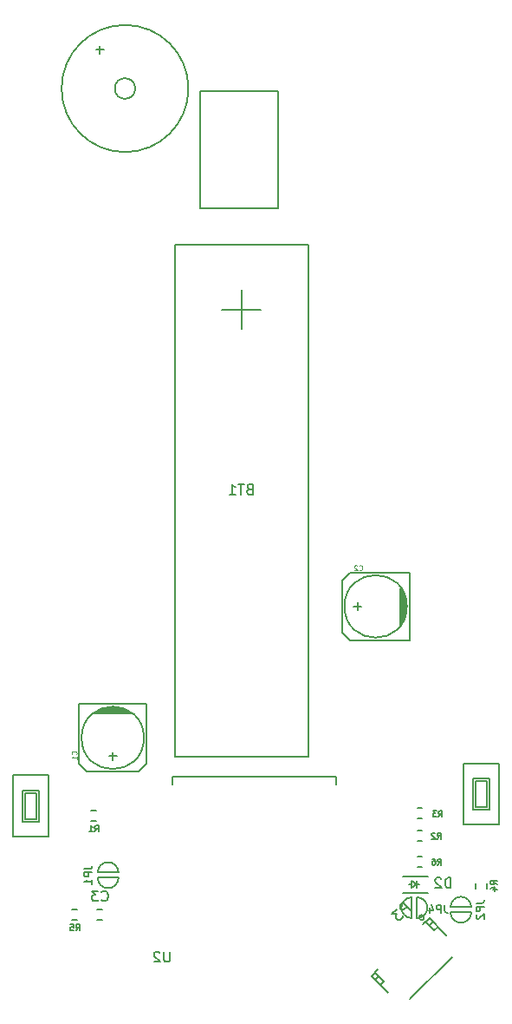
<source format=gbr>
G04 #@! TF.FileFunction,Legend,Bot*
%FSLAX46Y46*%
G04 Gerber Fmt 4.6, Leading zero omitted, Abs format (unit mm)*
G04 Created by KiCad (PCBNEW 4.0.4-stable) date 12/07/16 00:33:37*
%MOMM*%
%LPD*%
G01*
G04 APERTURE LIST*
%ADD10C,0.100000*%
%ADD11C,0.150000*%
%ADD12C,0.127000*%
%ADD13C,0.203200*%
%ADD14C,0.152400*%
%ADD15C,0.125000*%
G04 APERTURE END LIST*
D10*
D11*
X197850000Y-108175000D02*
X197850000Y-158175000D01*
X210850000Y-108175000D02*
X197850000Y-108175000D01*
X210850000Y-158175000D02*
X210850000Y-108175000D01*
X197850000Y-158175000D02*
X210850000Y-158175000D01*
X193950760Y-92949840D02*
G75*
G03X193950760Y-92949840I-1000760J0D01*
G01*
X199150140Y-92949840D02*
G75*
G03X199150140Y-92949840I-6200140J0D01*
G01*
D12*
X190988000Y-153379000D02*
X192512000Y-153379000D01*
X192893000Y-153506000D02*
X190607000Y-153506000D01*
X190353000Y-153633000D02*
X193147000Y-153633000D01*
X193401000Y-153760000D02*
X190099000Y-153760000D01*
X189972000Y-153887000D02*
X193528000Y-153887000D01*
X194798000Y-156300000D02*
G75*
G03X194798000Y-156300000I-3048000J0D01*
G01*
X188448000Y-152998000D02*
X195052000Y-152998000D01*
X195052000Y-152998000D02*
X195052000Y-158840000D01*
X195052000Y-158840000D02*
X194290000Y-159602000D01*
X194290000Y-159602000D02*
X189210000Y-159602000D01*
X189210000Y-159602000D02*
X188448000Y-158840000D01*
X188448000Y-158840000D02*
X188448000Y-152998000D01*
X191750000Y-158459000D02*
X191750000Y-157697000D01*
X191369000Y-158078000D02*
X192131000Y-158078000D01*
X220371000Y-142713000D02*
X220371000Y-144237000D01*
X220244000Y-144618000D02*
X220244000Y-142332000D01*
X220117000Y-142078000D02*
X220117000Y-144872000D01*
X219990000Y-145126000D02*
X219990000Y-141824000D01*
X219863000Y-141697000D02*
X219863000Y-145253000D01*
X220498000Y-143475000D02*
G75*
G03X220498000Y-143475000I-3048000J0D01*
G01*
X220752000Y-140173000D02*
X220752000Y-146777000D01*
X220752000Y-146777000D02*
X214910000Y-146777000D01*
X214910000Y-146777000D02*
X214148000Y-146015000D01*
X214148000Y-146015000D02*
X214148000Y-140935000D01*
X214148000Y-140935000D02*
X214910000Y-140173000D01*
X214910000Y-140173000D02*
X220752000Y-140173000D01*
X215291000Y-143475000D02*
X216053000Y-143475000D01*
X215672000Y-143094000D02*
X215672000Y-143856000D01*
D11*
X190250000Y-173050000D02*
X190750000Y-173050000D01*
X190750000Y-174100000D02*
X190250000Y-174100000D01*
X220975000Y-170600000D02*
X220725000Y-170600000D01*
X221475000Y-170600000D02*
X221725000Y-170600000D01*
X221475000Y-170600000D02*
X220975000Y-170250000D01*
X220975000Y-170250000D02*
X220975000Y-170950000D01*
X220975000Y-170950000D02*
X221475000Y-170600000D01*
X221475000Y-170250000D02*
X221475000Y-170950000D01*
X222525000Y-171400000D02*
X220125000Y-171400000D01*
X222525000Y-169800000D02*
X220125000Y-169800000D01*
D13*
X226791000Y-173329000D02*
X224759000Y-173329000D01*
X224759000Y-172821000D02*
X226791000Y-172821000D01*
X226791000Y-173329000D02*
G75*
G02X225775000Y-174345000I-1016000J0D01*
G01*
X225775000Y-174345000D02*
G75*
G02X224759000Y-173329000I0J1016000D01*
G01*
X224759000Y-172821000D02*
G75*
G02X225775000Y-171805000I1016000J0D01*
G01*
X225775000Y-171805000D02*
G75*
G02X226791000Y-172821000I0J-1016000D01*
G01*
X221479000Y-171859000D02*
X221479000Y-173891000D01*
X220971000Y-173891000D02*
X220971000Y-171859000D01*
X221479000Y-171859000D02*
G75*
G02X222495000Y-172875000I0J-1016000D01*
G01*
X222495000Y-172875000D02*
G75*
G02X221479000Y-173891000I-1016000J0D01*
G01*
X220971000Y-173891000D02*
G75*
G02X219955000Y-172875000I0J1016000D01*
G01*
X219955000Y-172875000D02*
G75*
G02X220971000Y-171859000I1016000J0D01*
G01*
D11*
X207930000Y-104625000D02*
X200330000Y-104625000D01*
X200330000Y-93225000D02*
X207930000Y-93225000D01*
X200330000Y-104625000D02*
X200330000Y-93225000D01*
X207930000Y-104625000D02*
X207930000Y-93225000D01*
X222178078Y-173828330D02*
G75*
G03X222178078Y-173828330I-250000J0D01*
G01*
X224915604Y-177664384D02*
X220814384Y-181765604D01*
X224349918Y-175543064D02*
X222688217Y-173881363D01*
X222688217Y-173881363D02*
X222051821Y-174517759D01*
X222334664Y-174234917D02*
X223183192Y-175083445D01*
X223183192Y-175083445D02*
X223183192Y-175083445D01*
X223183192Y-175083445D02*
X222334664Y-174234917D01*
X222334664Y-174234917D02*
X222334664Y-174234917D01*
X222688217Y-174588470D02*
X222688217Y-174588470D01*
X222688217Y-174588470D02*
X223041771Y-174234917D01*
X223041771Y-174234917D02*
X223041771Y-174234917D01*
X223041771Y-174234917D02*
X222688217Y-174588470D01*
X223183192Y-175083445D02*
X223183192Y-175083445D01*
X223183192Y-175083445D02*
X223536746Y-174729891D01*
X223536746Y-174729891D02*
X223536746Y-174729891D01*
X223536746Y-174729891D02*
X223183192Y-175083445D01*
X218693064Y-181199918D02*
X217031363Y-179538217D01*
X217031363Y-179538217D02*
X217667759Y-178901821D01*
X217384917Y-179184664D02*
X218233445Y-180033192D01*
X218233445Y-180033192D02*
X218233445Y-180033192D01*
X218233445Y-180033192D02*
X217384917Y-179184664D01*
X217384917Y-179184664D02*
X217384917Y-179184664D01*
X217738470Y-179538217D02*
X217738470Y-179538217D01*
X217738470Y-179538217D02*
X217384917Y-179891771D01*
X217384917Y-179891771D02*
X217384917Y-179891771D01*
X217384917Y-179891771D02*
X217738470Y-179538217D01*
X218233445Y-180033192D02*
X218233445Y-180033192D01*
X218233445Y-180033192D02*
X217879891Y-180386746D01*
X217879891Y-180386746D02*
X217879891Y-180386746D01*
X217879891Y-180386746D02*
X218233445Y-180033192D01*
X190150000Y-164450000D02*
X189650000Y-164450000D01*
X189650000Y-163400000D02*
X190150000Y-163400000D01*
X222000000Y-166350000D02*
X221500000Y-166350000D01*
X221500000Y-165300000D02*
X222000000Y-165300000D01*
X222000000Y-164175000D02*
X221500000Y-164175000D01*
X221500000Y-163125000D02*
X222000000Y-163125000D01*
X228300000Y-170475000D02*
X228300000Y-170975000D01*
X227250000Y-170975000D02*
X227250000Y-170475000D01*
X188300000Y-174100000D02*
X187800000Y-174100000D01*
X187800000Y-173050000D02*
X188300000Y-173050000D01*
X221500000Y-167875000D02*
X222000000Y-167875000D01*
X222000000Y-168925000D02*
X221500000Y-168925000D01*
X227199780Y-160535110D02*
X227199780Y-163035110D01*
X227199780Y-163035110D02*
X228299780Y-163035110D01*
X228299780Y-163035110D02*
X228299780Y-160535110D01*
X228299780Y-160535110D02*
X227199780Y-160535110D01*
X228549780Y-160285110D02*
X228549780Y-163285110D01*
X226949780Y-160285110D02*
X226949780Y-163285110D01*
X226949780Y-163285110D02*
X228549780Y-163285110D01*
X226949780Y-160285110D02*
X228549780Y-160285110D01*
X229499780Y-158785110D02*
X229499780Y-164785110D01*
X225999780Y-158785110D02*
X225999780Y-164785110D01*
X225999780Y-158785110D02*
X229499780Y-158785110D01*
X225999780Y-164785110D02*
X229499780Y-164785110D01*
X183199780Y-161710110D02*
X183199780Y-164210110D01*
X183199780Y-164210110D02*
X184299780Y-164210110D01*
X184299780Y-164210110D02*
X184299780Y-161710110D01*
X184299780Y-161710110D02*
X183199780Y-161710110D01*
X184549780Y-161460110D02*
X184549780Y-164460110D01*
X182949780Y-161460110D02*
X182949780Y-164460110D01*
X182949780Y-164460110D02*
X184549780Y-164460110D01*
X182949780Y-161460110D02*
X184549780Y-161460110D01*
X185499780Y-159960110D02*
X185499780Y-165960110D01*
X181999780Y-159960110D02*
X181999780Y-165960110D01*
X181999780Y-159960110D02*
X185499780Y-159960110D01*
X181999780Y-165960110D02*
X185499780Y-165960110D01*
D14*
X197559000Y-160841000D02*
X197559000Y-160079000D01*
X197559000Y-160079000D02*
X213561000Y-160079000D01*
X213561000Y-160079000D02*
X213561000Y-160841000D01*
D13*
X190284000Y-169446000D02*
X192316000Y-169446000D01*
X192316000Y-169954000D02*
X190284000Y-169954000D01*
X190284000Y-169446000D02*
G75*
G02X191300000Y-168430000I1016000J0D01*
G01*
X191300000Y-168430000D02*
G75*
G02X192316000Y-169446000I0J-1016000D01*
G01*
X192316000Y-169954000D02*
G75*
G02X191300000Y-170970000I-1016000J0D01*
G01*
X191300000Y-170970000D02*
G75*
G02X190284000Y-169954000I0J1016000D01*
G01*
D11*
X205121900Y-132027498D02*
X204979043Y-132075117D01*
X204931424Y-132122737D01*
X204883805Y-132217975D01*
X204883805Y-132360832D01*
X204931424Y-132456070D01*
X204979043Y-132503689D01*
X205074281Y-132551308D01*
X205455234Y-132551308D01*
X205455234Y-131551308D01*
X205121900Y-131551308D01*
X205026662Y-131598927D01*
X204979043Y-131646546D01*
X204931424Y-131741784D01*
X204931424Y-131837022D01*
X204979043Y-131932260D01*
X205026662Y-131979879D01*
X205121900Y-132027498D01*
X205455234Y-132027498D01*
X204598091Y-131551308D02*
X204026662Y-131551308D01*
X204312377Y-132551308D02*
X204312377Y-131551308D01*
X203169519Y-132551308D02*
X203740948Y-132551308D01*
X203455234Y-132551308D02*
X203455234Y-131551308D01*
X203550472Y-131694165D01*
X203645710Y-131789403D01*
X203740948Y-131837022D01*
X206254762Y-114532143D02*
X202445238Y-114532143D01*
X204350000Y-116436905D02*
X204350000Y-112627381D01*
X190481429Y-88758888D02*
X190481429Y-89520793D01*
X190862381Y-89139841D02*
X190100476Y-89139841D01*
D15*
X188178571Y-157916667D02*
X188202381Y-157892857D01*
X188226190Y-157821429D01*
X188226190Y-157773810D01*
X188202381Y-157702381D01*
X188154762Y-157654762D01*
X188107143Y-157630953D01*
X188011905Y-157607143D01*
X187940476Y-157607143D01*
X187845238Y-157630953D01*
X187797619Y-157654762D01*
X187750000Y-157702381D01*
X187726190Y-157773810D01*
X187726190Y-157821429D01*
X187750000Y-157892857D01*
X187773810Y-157916667D01*
X188226190Y-158392857D02*
X188226190Y-158107143D01*
X188226190Y-158250000D02*
X187726190Y-158250000D01*
X187797619Y-158202381D01*
X187845238Y-158154762D01*
X187869048Y-158107143D01*
X215833333Y-139903571D02*
X215857143Y-139927381D01*
X215928571Y-139951190D01*
X215976190Y-139951190D01*
X216047619Y-139927381D01*
X216095238Y-139879762D01*
X216119047Y-139832143D01*
X216142857Y-139736905D01*
X216142857Y-139665476D01*
X216119047Y-139570238D01*
X216095238Y-139522619D01*
X216047619Y-139475000D01*
X215976190Y-139451190D01*
X215928571Y-139451190D01*
X215857143Y-139475000D01*
X215833333Y-139498810D01*
X215642857Y-139498810D02*
X215619047Y-139475000D01*
X215571428Y-139451190D01*
X215452381Y-139451190D01*
X215404762Y-139475000D01*
X215380952Y-139498810D01*
X215357143Y-139546429D01*
X215357143Y-139594048D01*
X215380952Y-139665476D01*
X215666666Y-139951190D01*
X215357143Y-139951190D01*
D11*
X190666666Y-172132143D02*
X190714285Y-172179762D01*
X190857142Y-172227381D01*
X190952380Y-172227381D01*
X191095238Y-172179762D01*
X191190476Y-172084524D01*
X191238095Y-171989286D01*
X191285714Y-171798810D01*
X191285714Y-171655952D01*
X191238095Y-171465476D01*
X191190476Y-171370238D01*
X191095238Y-171275000D01*
X190952380Y-171227381D01*
X190857142Y-171227381D01*
X190714285Y-171275000D01*
X190666666Y-171322619D01*
X190333333Y-171227381D02*
X189714285Y-171227381D01*
X190047619Y-171608333D01*
X189904761Y-171608333D01*
X189809523Y-171655952D01*
X189761904Y-171703571D01*
X189714285Y-171798810D01*
X189714285Y-172036905D01*
X189761904Y-172132143D01*
X189809523Y-172179762D01*
X189904761Y-172227381D01*
X190190476Y-172227381D01*
X190285714Y-172179762D01*
X190333333Y-172132143D01*
X224788095Y-170952381D02*
X224788095Y-169952381D01*
X224550000Y-169952381D01*
X224407142Y-170000000D01*
X224311904Y-170095238D01*
X224264285Y-170190476D01*
X224216666Y-170380952D01*
X224216666Y-170523810D01*
X224264285Y-170714286D01*
X224311904Y-170809524D01*
X224407142Y-170904762D01*
X224550000Y-170952381D01*
X224788095Y-170952381D01*
X223835714Y-170047619D02*
X223788095Y-170000000D01*
X223692857Y-169952381D01*
X223454761Y-169952381D01*
X223359523Y-170000000D01*
X223311904Y-170047619D01*
X223264285Y-170142857D01*
X223264285Y-170238095D01*
X223311904Y-170380952D01*
X223883333Y-170952381D01*
X223264285Y-170952381D01*
D14*
X227262714Y-172440001D02*
X227807000Y-172440001D01*
X227915857Y-172403715D01*
X227988429Y-172331144D01*
X228024714Y-172222287D01*
X228024714Y-172149715D01*
X228024714Y-172802858D02*
X227262714Y-172802858D01*
X227262714Y-173093143D01*
X227299000Y-173165715D01*
X227335286Y-173202000D01*
X227407857Y-173238286D01*
X227516714Y-173238286D01*
X227589286Y-173202000D01*
X227625571Y-173165715D01*
X227661857Y-173093143D01*
X227661857Y-172802858D01*
X227335286Y-173528572D02*
X227299000Y-173564858D01*
X227262714Y-173637429D01*
X227262714Y-173818858D01*
X227299000Y-173891429D01*
X227335286Y-173927715D01*
X227407857Y-173964000D01*
X227480429Y-173964000D01*
X227589286Y-173927715D01*
X228024714Y-173492286D01*
X228024714Y-173964000D01*
X224184999Y-172607714D02*
X224184999Y-173152000D01*
X224221285Y-173260857D01*
X224293856Y-173333429D01*
X224402713Y-173369714D01*
X224475285Y-173369714D01*
X223822142Y-173369714D02*
X223822142Y-172607714D01*
X223531857Y-172607714D01*
X223459285Y-172644000D01*
X223423000Y-172680286D01*
X223386714Y-172752857D01*
X223386714Y-172861714D01*
X223423000Y-172934286D01*
X223459285Y-172970571D01*
X223531857Y-173006857D01*
X223822142Y-173006857D01*
X222733571Y-172861714D02*
X222733571Y-173369714D01*
X222915000Y-172571429D02*
X223096428Y-173115714D01*
X222624714Y-173115714D01*
D11*
X220825328Y-173095970D02*
X220118221Y-172388863D01*
X219848846Y-172658237D01*
X219815175Y-172759253D01*
X219815175Y-172826596D01*
X219848846Y-172927611D01*
X219949862Y-173028626D01*
X220050877Y-173062298D01*
X220118220Y-173062298D01*
X220219235Y-173028626D01*
X220488610Y-172759252D01*
X219478458Y-173028626D02*
X219040724Y-173466359D01*
X219545801Y-173500030D01*
X219444785Y-173601046D01*
X219411113Y-173702061D01*
X219411113Y-173769405D01*
X219444786Y-173870421D01*
X219613144Y-174038779D01*
X219714160Y-174072451D01*
X219781503Y-174072451D01*
X219882518Y-174038779D01*
X220084549Y-173836748D01*
X220118221Y-173735733D01*
X220118221Y-173668390D01*
X190000000Y-165446429D02*
X190200000Y-165160714D01*
X190342857Y-165446429D02*
X190342857Y-164846429D01*
X190114285Y-164846429D01*
X190057143Y-164875000D01*
X190028571Y-164903571D01*
X190000000Y-164960714D01*
X190000000Y-165046429D01*
X190028571Y-165103571D01*
X190057143Y-165132143D01*
X190114285Y-165160714D01*
X190342857Y-165160714D01*
X189428571Y-165446429D02*
X189771428Y-165446429D01*
X189600000Y-165446429D02*
X189600000Y-164846429D01*
X189657143Y-164932143D01*
X189714285Y-164989286D01*
X189771428Y-165017857D01*
X223500000Y-166171429D02*
X223700000Y-165885714D01*
X223842857Y-166171429D02*
X223842857Y-165571429D01*
X223614285Y-165571429D01*
X223557143Y-165600000D01*
X223528571Y-165628571D01*
X223500000Y-165685714D01*
X223500000Y-165771429D01*
X223528571Y-165828571D01*
X223557143Y-165857143D01*
X223614285Y-165885714D01*
X223842857Y-165885714D01*
X223271428Y-165628571D02*
X223242857Y-165600000D01*
X223185714Y-165571429D01*
X223042857Y-165571429D01*
X222985714Y-165600000D01*
X222957143Y-165628571D01*
X222928571Y-165685714D01*
X222928571Y-165742857D01*
X222957143Y-165828571D01*
X223300000Y-166171429D01*
X222928571Y-166171429D01*
X223600000Y-164021429D02*
X223800000Y-163735714D01*
X223942857Y-164021429D02*
X223942857Y-163421429D01*
X223714285Y-163421429D01*
X223657143Y-163450000D01*
X223628571Y-163478571D01*
X223600000Y-163535714D01*
X223600000Y-163621429D01*
X223628571Y-163678571D01*
X223657143Y-163707143D01*
X223714285Y-163735714D01*
X223942857Y-163735714D01*
X223400000Y-163421429D02*
X223028571Y-163421429D01*
X223228571Y-163650000D01*
X223142857Y-163650000D01*
X223085714Y-163678571D01*
X223057143Y-163707143D01*
X223028571Y-163764286D01*
X223028571Y-163907143D01*
X223057143Y-163964286D01*
X223085714Y-163992857D01*
X223142857Y-164021429D01*
X223314285Y-164021429D01*
X223371428Y-163992857D01*
X223400000Y-163964286D01*
X229296429Y-170625000D02*
X229010714Y-170425000D01*
X229296429Y-170282143D02*
X228696429Y-170282143D01*
X228696429Y-170510715D01*
X228725000Y-170567857D01*
X228753571Y-170596429D01*
X228810714Y-170625000D01*
X228896429Y-170625000D01*
X228953571Y-170596429D01*
X228982143Y-170567857D01*
X229010714Y-170510715D01*
X229010714Y-170282143D01*
X228896429Y-171139286D02*
X229296429Y-171139286D01*
X228667857Y-170996429D02*
X229096429Y-170853572D01*
X229096429Y-171225000D01*
X188150000Y-175096429D02*
X188350000Y-174810714D01*
X188492857Y-175096429D02*
X188492857Y-174496429D01*
X188264285Y-174496429D01*
X188207143Y-174525000D01*
X188178571Y-174553571D01*
X188150000Y-174610714D01*
X188150000Y-174696429D01*
X188178571Y-174753571D01*
X188207143Y-174782143D01*
X188264285Y-174810714D01*
X188492857Y-174810714D01*
X187607143Y-174496429D02*
X187892857Y-174496429D01*
X187921428Y-174782143D01*
X187892857Y-174753571D01*
X187835714Y-174725000D01*
X187692857Y-174725000D01*
X187635714Y-174753571D01*
X187607143Y-174782143D01*
X187578571Y-174839286D01*
X187578571Y-174982143D01*
X187607143Y-175039286D01*
X187635714Y-175067857D01*
X187692857Y-175096429D01*
X187835714Y-175096429D01*
X187892857Y-175067857D01*
X187921428Y-175039286D01*
X223525000Y-168696429D02*
X223725000Y-168410714D01*
X223867857Y-168696429D02*
X223867857Y-168096429D01*
X223639285Y-168096429D01*
X223582143Y-168125000D01*
X223553571Y-168153571D01*
X223525000Y-168210714D01*
X223525000Y-168296429D01*
X223553571Y-168353571D01*
X223582143Y-168382143D01*
X223639285Y-168410714D01*
X223867857Y-168410714D01*
X223010714Y-168096429D02*
X223125000Y-168096429D01*
X223182143Y-168125000D01*
X223210714Y-168153571D01*
X223267857Y-168239286D01*
X223296428Y-168353571D01*
X223296428Y-168582143D01*
X223267857Y-168639286D01*
X223239285Y-168667857D01*
X223182143Y-168696429D01*
X223067857Y-168696429D01*
X223010714Y-168667857D01*
X222982143Y-168639286D01*
X222953571Y-168582143D01*
X222953571Y-168439286D01*
X222982143Y-168382143D01*
X223010714Y-168353571D01*
X223067857Y-168325000D01*
X223182143Y-168325000D01*
X223239285Y-168353571D01*
X223267857Y-168382143D01*
X223296428Y-168439286D01*
X197336905Y-177152381D02*
X197336905Y-177961905D01*
X197289286Y-178057143D01*
X197241667Y-178104762D01*
X197146429Y-178152381D01*
X196955952Y-178152381D01*
X196860714Y-178104762D01*
X196813095Y-178057143D01*
X196765476Y-177961905D01*
X196765476Y-177152381D01*
X196336905Y-177247619D02*
X196289286Y-177200000D01*
X196194048Y-177152381D01*
X195955952Y-177152381D01*
X195860714Y-177200000D01*
X195813095Y-177247619D01*
X195765476Y-177342857D01*
X195765476Y-177438095D01*
X195813095Y-177580952D01*
X196384524Y-178152381D01*
X195765476Y-178152381D01*
D14*
X188977714Y-169065001D02*
X189522000Y-169065001D01*
X189630857Y-169028715D01*
X189703429Y-168956144D01*
X189739714Y-168847287D01*
X189739714Y-168774715D01*
X189739714Y-169427858D02*
X188977714Y-169427858D01*
X188977714Y-169718143D01*
X189014000Y-169790715D01*
X189050286Y-169827000D01*
X189122857Y-169863286D01*
X189231714Y-169863286D01*
X189304286Y-169827000D01*
X189340571Y-169790715D01*
X189376857Y-169718143D01*
X189376857Y-169427858D01*
X189739714Y-170589000D02*
X189739714Y-170153572D01*
X189739714Y-170371286D02*
X188977714Y-170371286D01*
X189086571Y-170298715D01*
X189159143Y-170226143D01*
X189195429Y-170153572D01*
M02*

</source>
